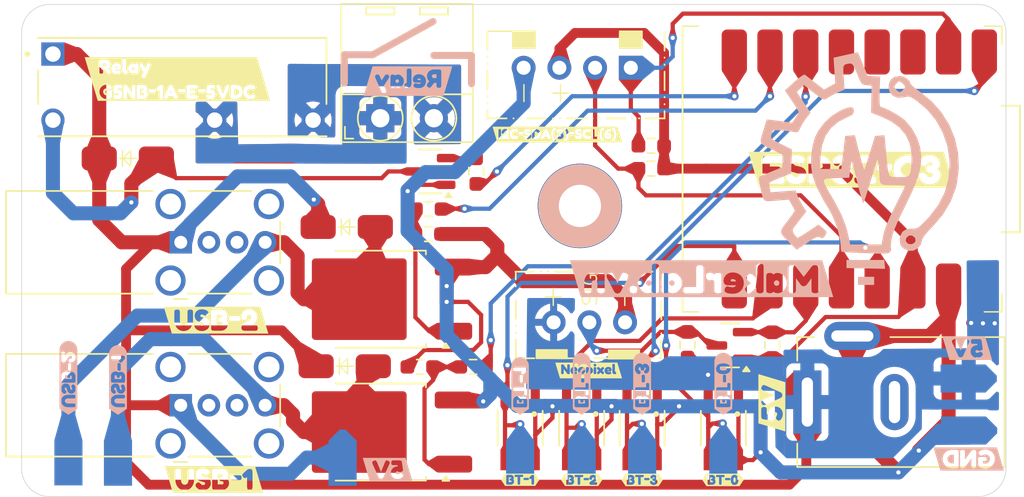
<source format=kicad_pcb>
(kicad_pcb (version 20240108) (generator "pcbnew") (generator_version "8.0")
  (layers (0 "F.Cu" signal) (31 "B.Cu" signal) (34 "B.Paste" user) (35 "F.Paste" user) (36 "B.SilkS" user "B.Silkscreen") (37 "F.SilkS" user "F.Silkscreen") (38 "B.Mask" user) (39 "F.Mask" user) (44 "Edge.Cuts" user))
  (net 0 "")
  (net 3 "GND")
  (net 4 "GPIO_10")
  (net 5 "GPIO_4")
  (net 6 "GPIO_21")
  (net 7 "GPIO_1")
  (net 8 "GPIO_0")
  (net 9 "GPIO_2")
  (net 10 "GPIO_20")
  (net 13 "Net-(D1-A)")
  (net 14 "Net-(D2-A)")
  (net 15 "Net-(D3-A)")
  (net 18 "GPIO_7")
  (net 19 "Net-(Q1-G)")
  (net 20 "Net-(Q2-G)")
  (net 21 "Net-(Q4-B)")
  (net 22 "3v3_Esp")
  (net 23 "Net-(J4-5V)")
  (net 24 "5v_power")
  (net 25 "Net-(SEAN_Mtiny_Terminal_3.81-Pin_2)")
  (net 26 "Net-(SEAN_Mtiny_Terminal_3.81-Pin_1)")
  (net 27 "GPIO_6-SCL")
  (net 29 "GPIO_3_SDA")
  (net 30 "GPIO_5")
  (footprint "Resistor_SMD:R_0603_1608Metric_Pad0.98x0.95mm_HandSolder" (layer "F.Cu") (at 166.375 104.225 90)
    (property "Reference" "R6" (hide yes))
    (property "Value" "10K")
  )
  (footprint "Resistor_SMD:R_0603_1608Metric_Pad0.98x0.95mm_HandSolder" (layer "F.Cu") (at 141.3455 105.775 180)
    (property "Reference" "R2" (hide yes))
    (property "Value" "10K" (hide yes))
  )
  (footprint "Resistor_SMD:R_0603_1608Metric_Pad0.98x0.95mm_HandSolder" (layer "F.Cu") (at 141.9125 96.325)
    (property "Reference" "R1" (hide yes))
    (property "Value" "10K" (hide yes))
  )
  (footprint "SEAN_Relay:SEAN_RELAY_HF46F" (layer "F.Cu") (at 124.425 85.875)
    (property "Reference" "K1" (hide yes))
    (property "Value" "SEAN_Relay_G5NB" (hide yes))
  )
  (footprint "kibuzzard-66917505" (layer "F.Cu") (at 151.1 89.25)
    (property "Reference" "kibuzzard-66917505" (hide yes))
    (property "Value" "G***" (hide yes))
  )
  (footprint "SEAN_Mtiny:SEAN_Mtiny_Terminal_3.81" (layer "F.Cu") (at 138.5044 88.0889)
    (property "Reference" "SEAN_Mtiny_Terminal_3.81" (hide yes))
    (property "Value" "SEAN_Mtiny_Terminal_3.81")
  )
  (footprint "SEAN_Device_sym:SEAN_Diode_1N4007" (layer "F.Cu") (at 135.975 105.725)
    (property "Reference" "D2" (hide yes))
    (property "Value" "SEAN_D")
  )
  (footprint "kibuzzard-66916E00" (layer "F.Cu") (at 126.675501 113.775)
    (property "Reference" "kibuzzard-66916E00" (hide yes))
    (property "Value" "G***" (hide yes))
  )
  (footprint "kibuzzard-66915CF0" (layer "F.Cu") (at 172.01 91.75)
    (property "Reference" "kibuzzard-66915CF0" (hide yes))
    (property "Value" "G***" (hide yes))
  )
  (footprint "SEAN_Device_sym:SEAN_Diode_1N4007" (layer "F.Cu") (at 136.118 95.825)
    (property "Reference" "D1" (hide yes))
    (property "Value" "SEAN_D")
  )
  (footprint "SEAN_connect:SEAN_Neopixel" (layer "F.Cu") (at 148.2917 102.604 90)
    (property "Reference" "J4" (hide yes))
    (property "Value" "SEAN_Neopixel")
  )
  (footprint "kibuzzard-669170F7" (layer "F.Cu") (at 157.125 113.809514)
    (property "Reference" "kibuzzard-669170F7" (hide yes))
    (property "Value" "G***" (hide yes))
  )
  (footprint "SEAN_MountingHole:SEAN_MountingHole_3mm_isolated" (layer "F.Cu") (at 152.7 94.325)
    (property "Reference" "Hold_keep1" (hide yes))
    (property "Value" "MountingHole")
  )
  (footprint "SEAN_Device_sym:SEAN_Button_4.2x3.3_SMD_V1" (layer "F.Cu") (at 148.45 110.125 -90)
    (property "Reference" "S1" (hide yes))
    (property "Value" "SEAN_Button_4.2x3.3_SMD_V1" (hide yes))
  )
  (footprint "SEAN_connect:SEAN_USB_A_90" (layer "F.Cu") (at 124.315 96.9125)
    (property "Reference" "J1" (hide yes))
    (property "Value" "SEAN_USB_A_90" (hide yes))
  )
  (footprint "SEAN_Mtiny:SEAN_Mtiny_I2C" (layer "F.Cu") (at 156.32 84.5015 -90)
    (property "Reference" "J5" (hide yes))
    (property "Value" "SEAN_MTINY_I2C")
  )
  (footprint "kibuzzard-669170D7" (layer "F.Cu") (at 148.45 113.8)
    (property "Reference" "kibuzzard-669170D7" (hide yes))
    (property "Value" "G***" (hide yes))
  )
  (footprint "Package_TO_SOT_SMD:SOT-23-3" (layer "F.Cu") (at 142.05 91.875 180)
    (property "Reference" "Q4" (hide yes))
    (property "Value" "S8050")
  )
  (footprint "kibuzzard-66917101" (layer "F.Cu") (at 162.875 113.810015)
    (property "Reference" "kibuzzard-66917101" (hide yes))
    (property "Value" "G***" (hide yes))
  )
  (footprint "Resistor_SMD:R_0603_1608Metric_Pad0.98x0.95mm_HandSolder" (layer "F.Cu") (at 160.35 104.2 -90)
    (property "Reference" "R9" (hide yes))
    (property "Value" "10K")
  )
  (footprint "Resistor_SMD:R_0603_1608Metric_Pad0.98x0.95mm_HandSolder" (layer "F.Cu") (at 157.775 90.05)
    (property "Reference" "R11" (hide yes))
    (property "Value" "10K")
  )
  (footprint "SEAN_connect:SEAN_USB_A_90" (layer "F.Cu") (at 124.315 108.5)
    (property "Reference" "J2" (hide yes))
    (property "Value" "SEAN_USB_A_90" (hide yes))
  )
  (footprint "kibuzzard-6691741D" (layer "F.Cu") (at 166.35 108.325 90)
    (property "Reference" "kibuzzard-6691741D" (hide yes))
    (property "Value" "G***" (hide yes))
  )
  (footprint "SEAN_MOSFET:SEAN_MOSFET_AOD4184" (layer "F.Cu") (at 138.438 110.4075)
    (property "Reference" "Q2" (hide yes))
    (property "Value" "SEAN_MOSFET_AOD4184" (hide yes))
  )
  (footprint "SEAN_Device_sym:SEAN_Diode_1N4007" (layer "F.Cu") (at 120.55 90.95)
    (property "Reference" "D3" (hide yes))
    (property "Value" "SEAN_D")
  )
  (footprint "SEAN_Device_sym:SEAN_Button_4.2x3.3_SMD_V1" (layer "F.Cu") (at 157.125 110.125 -90)
    (property "Reference" "S3" (hide yes))
    (property "Value" "SEAN_Button_4.2x3.3_SMD_V1" (hide yes))
  )
  (footprint "SEAN_ESP:SEAN_ESP32-C3_SUPERMINI" (layer "F.Cu") (at 172.57 91.7 -90)
    (property "Reference" "U1" (hide yes))
    (property "Value" "SEAN_ESP32-C3_SUPERMINI" (hide yes))
  )
  (footprint "kibuzzard-66916DF7" (layer "F.Cu") (at 126.825 102.45)
    (property "Reference" "kibuzzard-66916DF7" (hide yes))
    (property "Value" "G***" (hide yes))
  )
  (footprint "kibuzzard-66916E83" (layer "F.Cu") (at 153.321582 106.028291)
    (property "Reference" "kibuzzard-66916E83" (hide yes))
    (property "Value" "G***" (hide yes))
  )
  (footprint "Resistor_SMD:R_0603_1608Metric_Pad0.98x0.95mm_HandSolder" (layer "F.Cu") (at 141.95 94.55)
    (property "Reference" "R4" (hide yes))
    (property "Value" "100")
  )
  (footprint "kibuzzard-669170EF" (layer "F.Cu") (at 152.825 113.804507)
    (property "Reference" "kibuzzard-669170EF" (hide yes))
    (property "Value" "G***" (hide yes))
  )
  (footprint "SEAN_Device_sym:SEAN_Button_4.2x3.3_SMD_V1" (layer "F.Cu") (at 162.9 110.125 -90)
    (property "Reference" "S4" (hide yes))
    (property "Value" "SEAN_Button_4.2x3.3_SMD_V1" (hide yes))
  )
  (footprint "SEAN_MOSFET:SEAN_MOSFET_AOD4184" (layer "F.Cu") (at 138.438 100.9575)
    (property "Reference" "Q1" (hide yes))
    (property "Value" "SEAN_MOSFET_AOD4184" (hide yes))
  )
  (footprint "kibuzzard-66915CB6" (layer "F.Cu") (at 124.075 85.3)
    (property "Reference" "kibuzzard-66915CB6" (hide yes))
    (property "Value" "G***" (hide yes))
  )
  (footprint "SEAN_MOSFET:SEAN_MOSFET_bss138" (layer "F.Cu") (at 163.375 104.25 180)
    (property "Reference" "Q5" (hide yes))
    (property "Value" "SEAN_MOSFET_bss138")
  )
  (footprint "Resistor_SMD:R_0603_1608Metric_Pad0.98x0.95mm_HandSolder" (layer "F.Cu") (at 157.775 91.675)
    (property "Reference" "R7" (hide yes))
    (property "Value" "10K")
  )
  (footprint "SEAN_Device_sym:SEAN_Button_4.2x3.3_SMD_V1" (layer "F.Cu") (at 152.825 110.125 -90)
    (property "Reference" "S2" (hide yes))
    (property "Value" "SEAN_Button_4.2x3.3_SMD_V1" (hide yes))
  )
  (footprint "Resistor_SMD:R_0603_1608Metric_Pad0.98x0.95mm_HandSolder" (layer "F.Cu") (at 145.1055 105.775)
    (property "Reference" "R5" (hide yes))
    (property "Value" "100")
  )
  (footprint "SEAN_POWER:SEAN_Jack_DC_5,5_uno_" (layer "F.Cu") (at 168.875 108.275 180)
    (property "Reference" "J3" (hide yes))
    (property "Value" "SEAN_Jack_DC_5,5_uno")
  )
  (footprint "Resistor_SMD:R_0603_1608Metric_Pad0.98x0.95mm_HandSolder" (layer "F.Cu") (at 145.325 91.85 90)
    (property "Reference" "R3" (hide yes))
    (property "Value" "4.7K" (hide yes))
  )
  (footprint "kibuzzard-66915B77" (layer "B.Cu") (at 180.25 104.45 180)
    (property "Reference" "kibuzzard-66915B77" (hide yes))
    (property "Value" "G***" (hide yes))
  )
  (footprint "SEAN_connect:SEAN_Hand_Solderring" (layer "B.Cu") (at 180.35 106.6 180)
    (property "Reference" "U5" (hide yes))
    (property "Value" "~" (hide yes))
  )
  (footprint "SEAN_connect:SEAN_Hand_Solderring" (layer "B.Cu") (at 157.125 112.225 -90)
    (property "Reference" "U4" (hide yes))
    (property "Value" "~" (hide yes))
  )
  (footprint "kibuzzard-66916D4E" (layer "B.Cu") (at 161.35 99.5 180)
    (property "Reference" "kibuzzard-66916D4E" (hide yes))
    (property "Value" "G***" (hide yes))
  )
  (footprint "SEAN_connect:SEAN_Hand_Solderring" (layer "B.Cu") (at 162.9 112.225 -90)
    (property "Reference" "U2" (hide yes))
    (property "Value" "~")
  )
  (footprint "SEAN_connect:SEAN_Hand_Solderring" (layer "B.Cu") (at 148.45 112.225 -90)
    (property "Reference" "U6" (hide yes))
    (property "Value" "~" (hide yes))
  )
  (footprint "SEAN_GRAPHICS:ONLY_LOGO_MAKERLAB" (layer "B.Cu") (at 172.57 91.7 180)
    (property "Reference" "G***" (hide yes))
    (property "Value" "LOGO" (hide yes))
  )
  (footprint "SEAN_connect:SEAN_Hand_Solderring" (layer "B.Cu") (at 119.85 112.225 -90)
    (property "Reference" "U9" (hide yes))
    (property "Value" "~" (hide yes))
  )
  (footprint "kibuzzard-66915B67" (layer "B.Cu") (at 180.35 112.325 180)
    (property "Reference" "kibuzzard-66915B67" (hide yes))
    (property "Value" "G***" (hide yes))
  )
  (footprint "kibuzzard-66915BCA" (layer "B.Cu") (at 119.85 106.70521 90)
    (property "Reference" "kibuzzard-66915BCA" (hide yes))
    (property "Value" "G***" (hide yes))
  )
  (footprint "SEAN_connect:SEAN_Hand_Solderring" (layer "B.Cu") (at 152.825 112.225 -90)
    (property "Reference" "U7" (hide yes))
    (property "Value" "~" (hide yes))
  )
  (footprint "kibuzzard-66915A1E" (layer "B.Cu") (at 148.45 107.130699 90)
    (property "Reference" "kibuzzard-66915A1E" (hide yes))
    (property "Value" "G***" (hide yes))
  )
  (footprint "kibuzzard-66917287" (layer "B.Cu") (at 139.025 113.075 180)
    (property "Reference" "kibuzzard-66917287" (hide yes))
    (property "Value" "G***" (hide yes))
  )
  (footprint "SEAN_connect:SEAN_Hand_Solderring" (layer "B.Cu") (at 180.375 110.3 180)
    (property "Reference" "U8" (hide yes))
    (property "Value" "~" (hide yes))
  )
  (footprint "SEAN_connect:SEAN_Hand_Solderring" (layer "B.Cu") (at 135.825 112.225 -90)
    (property "Reference" "U3" (hide yes))
    (property "Value" "~")
  )
  (footprint "kibuzzard-66915A71" (layer "B.Cu") (at 162.9 106.975 90)
    (property "Reference" "kibuzzard-66915A71" (hide yes))
    (property "Value" "G***" (hide yes))
  )
  (footprint "SEAN_connect:SEAN_Hand_Solderring" (layer "B.Cu") (at 116.325 112.2 -90)
    (property "Reference" "U10" (hide yes))
    (property "Value" "~" (hide yes))
  )
  (footprint "kibuzzard-66916FF3" (layer "B.Cu") (at 140.475 85.45 180)
    (property "Reference" "kibuzzard-66916FF3" (hide yes))
    (property "Value" "G***" (hide yes))
  )
  (footprint "kibuzzard-66915BD3" (layer "B.Cu") (at 116.325 106.555711 90)
    (property "Reference" "kibuzzard-66915BD3" (hide yes))
    (property "Value" "G***" (hide yes))
  )
  (footprint "kibuzzard-66915A63" (layer "B.Cu") (at 152.825 106.975835 90)
    (property "Reference" "kibuzzard-66915A63" (hide yes))
    (property "Value" "G***" (hide yes))
  )
  (footprint "kibuzzard-66915A6A" (layer "B.Cu") (at 157.125 106.975596 90)
    (property "Reference" "kibuzzard-66915A6A" (hide yes))
    (property "Value" "G***" (hide yes))
  )
  (gr_line (start 137.9625 83.575) (end 142.25625 81.2125) (stroke (width 0.5)) (layer "B.SilkS"))
  (gr_line (start 135.95 83.575) (end 137.9625 83.575) (stroke (width 0.5)) (layer "B.SilkS"))
  (gr_line (start 142.3125 83.625) (end 144.9875 83.625) (stroke (width 0.5)) (layer "B.SilkS"))
  (gr_line (start 144.9875 83.625) (end 144.9875 85.6375) (stroke (width 0.5)) (layer "B.SilkS"))
  (gr_line (start 135.95 83.575) (end 135.95 85.5875) (stroke (width 0.5)) (layer "B.SilkS"))
  (gr_arc (start 183 113) (mid 182.414214 114.414214) (end 181 115) (stroke (width 0.05)) (layer "Edge.Cuts"))
  (gr_arc (start 113 82) (mid 113.585786 80.585786) (end 115 80) (stroke (width 0.05)) (layer "Edge.Cuts"))
  (gr_arc (start 181 80) (mid 182.414214 80.585786) (end 183 82) (stroke (width 0.05)) (layer "Edge.Cuts"))
  (gr_line (start 181 115) (end 115 115) (stroke (width 0.05)) (layer "Edge.Cuts"))
  (gr_arc (start 115 115) (mid 113.585786 114.414214) (end 113 113) (stroke (width 0.05)) (layer "Edge.Cuts"))
  (gr_line (start 183 82) (end 183 113) (stroke (width 0.05)) (layer "Edge.Cuts"))
  (gr_line (start 113 113) (end 113 82) (stroke (width 0.05)) (layer "Edge.Cuts"))
  (gr_line (start 115 80) (end 181 80) (stroke (width 0.05)) (layer "Edge.Cuts"))
  (segment (start 143.1875 92.825) (end 140.9 92.825) (width 0.3) (layer "F.Cu") (net 3))
  (segment (start 142.825 96.325) (end 145.975 96.325) (width 1) (layer "F.Cu") (net 3))
  (segment (start 172.075 103.575) (end 172 103.65) (width 1) (layer "F.Cu") (net 3))
  (segment (start 143.225 99.1605) (end 143.708 98.6775) (width 1) (layer "F.Cu") (net 3))
  (segment (start 145.125 104.575) (end 145.675 104.025) (width 0.3) (layer "F.Cu") (net 3))
  (segment (start 178.92 99.32) (end 178.92 109.605) (width 1) (layer "F.Cu") (net 3))
  (segment (start 141.633 104.575) (end 145.125 104.575) (width 0.3) (layer "F.Cu") (net 3))
  (segment (start 145.675 102.075) (end 144.75 101.15) (width 0.3) (layer "F.Cu") (net 3))
  (segment (start 140.9 92.825) (end 140.45 93.275) (width 0.3) (layer "F.Cu") (net 3))
  (segment (start 150.75 109.4) (end 150.75 108.6) (width 0.3) (layer "F.Cu") (net 3))
  (segment (start 146.825 97.175) (end 146.825 97.85) (width 1) (layer "F.Cu") (net 3))
  (segment (start 145.9975 98.6775) (end 143.708 98.6775) (width 1) (layer "F.Cu") (net 3))
  (segment (start 153.9 107.85) (end 153.9 110.575) (width 0.3) (layer "F.Cu") (net 3))
  (segment (start 143.225 101.15) (end 143.225 100.025) (width 1) (layer "F.Cu") (net 3))
  (segment (start 163.975 112.4) (end 165 112.4) (width 0.3) (layer "F.Cu") (net 3))
  (segment (start 145.675 104.025) (end 145.675 102.075) (width 0.3) (layer "F.Cu") (net 3))
  (segment (start 178.92 99.32) (end 178.92 102.205) (width 1) (layer "F.Cu") (net 3))
  (segment (start 172.075 109.999988) (end 175.350012 113.275) (width 1) (layer "F.Cu") (net 3))
  (segment (start 143.8055 108.225) (end 143.708 108.1275) (width 1) (layer "F.Cu") (net 3))
  (segment (start 165 112.4) (end 165.55 111.85) (width 0.3) (layer "F.Cu") (net 3))
  (segment (start 158.550002 109.85) (end 159.750002 108.65) (width 0.3) (layer "F.Cu") (net 3))
  (segment (start 158.2 109.85) (end 158.550002 109.85) (width 0.3) (layer "F.Cu") (net 3))
  (segment (start 149.525 110.625) (end 150.75 109.4) (width 0.3) (layer "F.Cu") (net 3))
  (segment (start 158.2 107.85) (end 158.2 109.85) (width 0.3) (layer "F.Cu") (net 3))
  (segment (start 154.65 99.675) (end 155.9117 100.9367) (width 1) (layer "F.Cu") (net 3))
  (segment (start 145.975 96.325) (end 146.825 97.175) (width 1) (layer "F.Cu") (net 3))
  (segment (start 148.65 99.675) (end 154.65 99.675) (width 1) (layer "F.Cu") (net 3))
  (segment (start 153.9 110.575) (end 154.95 109.525) (width 0.3) (layer "F.Cu") (net 3))
  (segment (start 153.9 110.575) (end 153.9 112.4) (width 0.3) (layer "F.Cu") (net 3))
  (segment (start 178.92 109.605) (end 176.8 111.725) (width 1) (layer "F.Cu") (net 3))
  (segment (start 178.92 102.205) (end 177.55 103.575) (width 1) (layer "F.Cu") (net 3))
  (segment (start 146.825 97.85) (end 145.9975 98.6775) (width 1) (layer "F.Cu") (net 3))
  (segment (start 143.225 100.025) (end 143.225 99.1605) (width 1) (layer "F.Cu") (net 3))
  (segment (start 149.525 110.625) (end 149.525 112.4) (width 0.3) (layer "F.Cu") (net 3))
  (segment (start 154.95 109.525) (end 154.95 108.575) (width 0.3) (layer "F.Cu") (net 3))
  (segment (start 145.825 108.225) (end 143.8055 108.225) (width 1) (layer "F.Cu") (net 3))
  (segment (start 158.2 109.85) (end 158.2 112.4) (width 0.3) (layer "F.Cu") (net 3))
  (segment (start 177.55 103.575) (end 172.075 103.575) (width 1) (layer "F.Cu") (net 3))
  (segment (start 155.9117 100.9367) (end 155.9117 102.604) (width 1) (layer "F.Cu") (net 3))
  (segment (start 144.75 101.15) (end 143.225 101.15) (width 0.3) (layer "F.Cu") (net 3))
  (segment (start 146.825 97.85) (end 148.65 99.675) (width 1) (layer "F.Cu") (net 3))
  (segment (start 172.075 103.575) (end 172.075 109.999988) (width 1) (layer "F.Cu") (net 3))
  (segment (start 149.525 107.85) (end 149.525 110.625) (width 0.3) (layer "F.Cu") (net 3))
  (segment (start 140.433 105.775) (end 141.633 104.575) (width 0.3) (layer "F.Cu") (net 3))
  (segment (start 163.975 107.85) (end 163.975 112.4) (width 0.3) (layer "F.Cu") (net 3))
  (via (at 159.750002 108.575) (size 0.6) (drill 0.3) (layers "F.Cu" "B.Cu") (net 3))
  (via (at 150.75 108.575) (size 0.6) (drill 0.3) (layers "F.Cu" "B.Cu") (net 3))
  (via (at 165.55 111.85) (size 0.6) (drill 0.3) (layers "F.Cu" "B.Cu") (net 3))
  (via (at 175.350012 113.275) (size 0.6) (drill 0.3) (layers "F.Cu" "B.Cu") (net 3))
  (via (at 176.8 111.725) (size 0.6) (drill 0.3) (layers "F.Cu" "B.Cu") (net 3))
  (via (at 143.225 101.15) (size 0.6) (drill 0.3) (layers "F.Cu" "B.Cu") (net 3))
  (via (at 140.45 93.275) (size 0.6) (drill 0.3) (layers "F.Cu" "B.Cu") (net 3))
  (via (at 154.95 108.575) (size 0.6) (drill 0.3) (layers "F.Cu" "B.Cu") (net 3))
  (via (at 143.225 100.025) (size 0.6) (drill 0.3) (layers "F.Cu" "B.Cu") (net 3))
  (via (at 145.825 108.225) (size 0.6) (drill 0.3) (layers "F.Cu" "B.Cu") (net 3))
  (segment (start 165.55 108.775) (end 165.35 108.575) (width 1) (layer "B.Cu") (net 3))
  (segment (start 140.45 96.125) (end 140.45 93.275) (width 1) (layer "B.Cu") (net 3))
  (segment (start 143.8 91.925) (end 141.725 91.925) (width 1) (layer "B.Cu") (net 3))
  (segment (start 155.225 108.575) (end 159.374999 108.575001) (width 1) (layer "B.Cu") (net 3))
  (segment (start 159.374999 108.575001) (end 159.675003 108.575001) (width 0.3) (layer "B.Cu") (net 3))
  (segment (start 150.174998 108.55) (end 150.224999 108.600001) (width 1) (layer "B.Cu") (net 3))
  (segment (start 178.325012 110.3) (end 175.350012 113.275) (width 1) (layer "B.Cu") (net 3))
  (segment (start 148.25 108.55) (end 150.174998 108.55) (width 1) (layer "B.Cu") (net 3))
  (segment (start 143.225 101.15) (end 143.225 98.9) (width 1) (layer "B.Cu") (net 3))
  (segment (start 141.725 91.925) (end 140.45 93.2) (width 1) (layer "B.Cu") (net 3))
  (segment (start 180.375 110.3) (end 178.325012 110.3) (width 1) (layer "B.Cu") (net 3))
  (segment (start 146.327 106.627) (end 146.327 107.723) (width 1) (layer "B.Cu") (net 3))
  (segment (start 143.225 98.9) (end 140.45 96.125) (width 1) (layer "B.Cu") (net 3))
  (segment (start 150.224999 108.600001) (end 150.749999 108.600001) (width 0.3) (layer "B.Cu") (net 3))
  (segment (start 155.225 108.575) (end 155.2 108.55) (width 1) (layer "B.Cu") (net 3))
  (segment (start 146.327 107.723) (end 145.825 108.225) (width 1) (layer "B.Cu") (net 3))
  (segment (start 150.749999 108.600001) (end 150.75 108.6) (width 0.3) (layer "B.Cu") (net 3))
  (segment (start 148.7 87.025) (end 143.8 91.925) (width 1) (layer "B.Cu") (net 3))
  (segment (start 166.975 113.275) (end 175.350012 113.275) (width 1) (layer "B.Cu") (net 3))
  (segment (start 165.55 111.85) (end 165.55 108.775) (width 1) (layer "B.Cu") (net 3))
  (segment (start 140.45 93.2) (end 140.45 93.275) (width 1) (layer "B.Cu") (net 3))
  (segment (start 146.327 106.627) (end 143.225 103.525) (width 1) (layer "B.Cu") (net 3))
  (segment (start 146.327 106.627) (end 148.25 108.55) (width 1) (layer "B.Cu") (net 3))
  (segment (start 165.55 111.85) (end 166.975 113.275) (width 1) (layer "B.Cu") (net 3))
  (segment (start 148.7 84.5015) (end 148.7 87.025) (width 1) (layer "B.Cu") (net 3))
  (segment (start 155.2 108.55) (end 150.275 108.55) (width 1) (layer "B.Cu") (net 3))
  (segment (start 150.275 108.55) (end 150.224999 108.600001) (width 1) (layer "B.Cu") (net 3))
  (segment (start 165.35 108.575) (end 159.374999 108.575001) (width 1) (layer "B.Cu") (net 3))
  (segment (start 143.225 103.525) (end 143.225 101.15) (width 1) (layer "B.Cu") (net 3))
  (segment (start 159.675003 108.575001) (end 159.750002 108.65) (width 0.3) (layer "B.Cu") (net 3))
  (segment (start 155.225 108.575) (end 154.95 108.575) (width 0.3) (layer "B.Cu") (net 3))
  (segment (start 146.358332 105.434668) (end 146.358332 103.873148) (width 0.3) (layer "F.Cu") (net 4))
  (segment (start 146.018 105.775) (end 146.358332 105.434668) (width 0.3) (layer "F.Cu") (net 4))
  (segment (start 168.76 84.08) (end 168.76 86.539988) (width 0.3) (layer "F.Cu") (net 4))
  (segment (start 168.76 86.539988) (end 168.749997 86.549991) (width 0.3) (layer "F.Cu") (net 4))
  (via (at 168.749997 86.549991) (size 0.6) (drill 0.3) (layers "F.Cu" "B.Cu") (net 4))
  (via (at 146.358332 103.873148) (size 0.6) (drill 0.3) (layers "F.Cu" "B.Cu") (net 4))
  (segment (start 146.358332 101.259561) (end 149.001225 98.616668) (width 0.3) (layer "B.Cu") (net 4))
  (segment (start 146.358332 103.873148) (end 146.358332 101.259561) (width 0.3) (layer "B.Cu") (net 4))
  (segment (start 168.749997 86.975003) (end 168.749997 86.549991) (width 0.3) (layer "B.Cu") (net 4))
  (segment (start 149.001225 98.616668) (end 157.108332 98.616668) (width 0.3) (layer "B.Cu") (net 4))
  (segment (start 157.108332 98.616668) (end 168.749997 86.975003) (width 0.3) (layer "B.Cu") (net 4))
  (segment (start 173.55 97.3) (end 173 97.3) (width 0.3) (layer "F.Cu") (net 5))
  (segment (start 158.825 104.25) (end 158.825 106.325) (width 0.3) (layer "F.Cu") (net 5))
  (segment (start 161.825 109.325) (end 161.825 109.75) (width 0.3) (layer "F.Cu") (net 5))
  (segment (start 161.825 110.1) (end 162.125002 109.799998) (width 0.3) (layer "F.Cu") (net 5))
  (segment (start 161.825 109.75) (end 161.825 110.1) (width 0.3) (layer "F.Cu") (net 5))
  (segment (start 173.84 97.59) (end 173.55 97.3) (width 0.3) (layer "F.Cu") (net 5))
  (segment (start 173.84 99.32) (end 173.84 97.59) (width 0.3) (layer "F.Cu") (net 5))
  (segment (start 161.825 110.1) (end 161.825 112.4) (width 0.3) (layer "F.Cu") (net 5))
  (segment (start 162.125002 109.799998) (end 162.85 109.799998) (width 0.3) (layer "F.Cu") (net 5))
  (segment (start 158.825 106.325) (end 161.825 109.325) (width 0.3) (layer "F.Cu") (net 5))
  (segment (start 161.825 107.85) (end 161.825 109.75) (width 0.3) (layer "F.Cu") (net 5))
  (via (at 158.825 104.25) (size 0.6) (drill 0.3) (layers "F.Cu" "B.Cu") (net 5))
  (via (at 173 97.3) (size 0.6) (drill 0.3) (layers "F.Cu" "B.Cu") (net 5))
  (via (at 162.85 109.799998) (size 0.6) (drill 0.3) (layers "F.Cu" "B.Cu") (net 5))
  (segment (start 162.9 109.849998) (end 162.85 109.799998) (width 0.3) (layer "B.Cu") (net 5))
  (segment (start 160.216212 96.923) (end 158.825 98.314212) (width 0.3) (layer "B.Cu") (net 5))
  (segment (start 173 97.3) (end 172.623 96.923) (width 0.3) (layer "B.Cu") (net 5))
  (segment (start 172.623 96.923) (end 160.216212 96.923) (width 0.3) (layer "B.Cu") (net 5))
  (segment (start 162.9 112.225) (end 162.9 109.849998) (width 0.3) (layer "B.Cu") (net 5))
  (segment (start 158.825 98.314212) (end 158.825 104.25) (width 0.3) (layer "B.Cu") (net 5))
  (segment (start 163.68 86.355) (end 163.7 86.375) (width 0.3) (layer "F.Cu") (net 6))
  (segment (start 163.68 84.08) (end 163.68 86.355) (width 0.3) (layer "F.Cu") (net 6))
  (segment (start 145.325 92.7625) (end 145.9125 92.7625) (width 0.3) (layer "F.Cu") (net 6))
  (segment (start 145.9125 92.7625) (end 146.8 91.875) (width 0.3) (layer "F.Cu") (net 6))
  (via (at 163.690004 86.525) (size 0.6) (drill 0.3) (layers "F.Cu" "B.Cu") (net 6))
  (via (at 146.8 91.875) (size 0.6) (drill 0.3) (layers "F.Cu" "B.Cu") (net 6))
  (segment (start 152.15 86.525) (end 163.690004 86.525) (width 0.3) (layer "B.Cu") (net 6))
  (segment (start 146.8 91.875) (end 152.15 86.525) (width 0.3) (layer "B.Cu") (net 6))
  (segment (start 156.95 103.925) (end 153.61005 103.925) (width 0.3) (layer "F.Cu") (net 7))
  (segment (start 151.75 105.78505) (end 151.75 107.85) (width 0.3) (layer "F.Cu") (net 7))
  (segment (start 153.61005 103.925) (end 151.75 105.78505) (width 0.3) (layer "F.Cu") (net 7))
  (segment (start 152.575 110.1) (end 152.825 109.85) (width 0.3) (layer "F.Cu") (net 7))
  (segment (start 151.75 110.1) (end 152.575 110.1) (width 0.3) (layer "F.Cu") (net 7))
  (segment (start 166.22 99.32) (end 166.22 101.105) (width 0.3) (layer "F.Cu") (net 7))
  (segment (start 165 102.325) (end 158.55 102.325) (width 0.3) (layer "F.Cu") (net 7))
  (segment (start 158.55 102.325) (end 156.95 103.925) (width 0.3) (layer "F.Cu") (net 7))
  (segment (start 151.75 107.85) (end 151.75 110.1) (width 0.3) (layer "F.Cu") (net 7))
  (segment (start 151.75 110.1) (end 151.75 112.4) (width 0.3) (layer "F.Cu") (net 7))
  (segment (start 166.22 101.105) (end 165 102.325) (width 0.3) (layer "F.Cu") (net 7))
  (via (at 152.825 109.85) (size 0.6) (drill 0.3) (layers "F.Cu" "B.Cu") (net 7))
  (segment (start 152.825 112.225) (end 152.825 109.85) (width 0.3) (layer "B.Cu") (net 7))
  (segment (start 163.675 99.315) (end 163.675 97.175) (width 0.3) (layer "F.Cu") (net 8))
  (segment (start 147.375 107.85) (end 147.375 109.925) (width 0.3) (layer "F.Cu") (net 8))
  (segment (start 147.55 105.65) (end 147.55 107.675) (width 0.3) (layer "F.Cu") (net 8))
  (segment (start 163.68 99.32) (end 163.675 99.315) (width 0.3) (layer "F.Cu") (net 8))
  (segment (start 147.375 109.925) (end 147.375 112.4) (width 0.3) (layer "F.Cu") (net 8))
  (segment (start 148.375 109.925) (end 148.45 109.85) (width 0.3) (layer "F.Cu") (net 8))
  (segment (start 147.55 107.675) (end 147.375 107.85) (width 0.3) (layer "F.Cu") (net 8))
  (segment (start 163.675 97.175) (end 159.575 97.175) (width 0.3) (layer "F.Cu") (net 8))
  (segment (start 159.575 97.175) (end 156.95 99.8) (width 0.3) (layer "F.Cu") (net 8))
  (segment (start 147.375 109.925) (end 148.375 109.925) (width 0.3) (layer "F.Cu") (net 8))
  (via (at 148.45 109.85) (size 0.6) (drill 0.3) (layers "F.Cu" "B.Cu") (net 8))
  (via (at 156.95 99.8) (size 0.6) (drill 0.3) (layers "F.Cu" "B.Cu") (net 8))
  (via (at 147.55 105.65) (size 0.6) (drill 0.3) (layers "F.Cu" "B.Cu") (net 8))
  (segment (start 147.55 100.775) (end 147.55 105.65) (width 0.3) (layer "B.Cu") (net 8))
  (segment (start 148.45 112.225) (end 148.45 109.85) (width 0.3) (layer "B.Cu") (net 8))
  (segment (start 148.525 99.8) (end 147.55 100.775) (width 0.3) (layer "B.Cu") (net 8))
  (segment (start 156.95 99.8) (end 148.525 99.8) (width 0.3) (layer "B.Cu") (net 8))
  (segment (start 166.3625 103.3) (end 164.3125 103.3) (width 0.3) (layer "F.Cu") (net 9))
  (segment (start 167.9375 103.3125) (end 166.375 103.3125) (width 0.3) (layer "F.Cu") (net 9))
  (segment (start 168.76 99.32) (end 168.76 102.49) (width 0.3) (layer "F.Cu") (net 9))
  (segment (start 168.76 102.49) (end 167.9375 103.3125) (width 0.3) (layer "F.Cu") (net 9))
  (segment (start 166.375 103.3125) (end 166.3625 103.3) (width 0.3) (layer "F.Cu") (net 9))
  (segment (start 166.215009 84.084991) (end 166.215009 86.524995) (width 0.3) (layer "F.Cu") (net 10))
  (segment (start 144.5 94.525) (end 142.8875 94.525) (width 0.3) (layer "F.Cu") (net 10))
  (segment (start 166.22 84.08) (end 166.215009 84.084991) (width 0.3) (layer "F.Cu") (net 10))
  (segment (start 142.8875 94.525) (end 142.8625 94.55) (width 0.3) (layer "F.Cu") (net 10))
  (via (at 144.5 94.525) (size 0.6) (drill 0.3) (layers "F.Cu" "B.Cu") (net 10))
  (via (at 166.215009 86.524995) (size 0.6) (drill 0.3) (layers "F.Cu" "B.Cu") (net 10))
  (segment (start 165.190004 87.55) (end 166.215009 86.524995) (width 0.3) (layer "B.Cu") (net 10))
  (segment (start 146.275 94.525) (end 153.25 87.55) (width 0.3) (layer "B.Cu") (net 10))
  (segment (start 153.25 87.55) (end 165.190004 87.55) (width 0.3) (layer "B.Cu") (net 10))
  (segment (start 144.5 94.525) (end 146.275 94.525) (width 0.3) (layer "B.Cu") (net 10))
  (segment (start 138.15 95.825) (end 138.15 99.8155) (width 0.6) (layer "F.Cu") (net 13))
  (segment (start 132.625 97.875) (end 132.625 100.525) (width 1) (layer "F.Cu") (net 13))
  (segment (start 133.0575 100.9575) (end 137.008 100.9575) (width 1) (layer "F.Cu") (net 13))
  (segment (start 132.625 100.525) (end 133.0575 100.9575) (width 1) (layer "F.Cu") (net 13))
  (segment (start 130.315 96.9125) (end 131.6625 96.9125) (width 1) (layer "F.Cu") (net 13))
  (segment (start 138.15 99.8155) (end 137.008 100.9575) (width 0.6) (layer "F.Cu") (net 13))
  (segment (start 131.6625 96.9125) (end 132.625 97.875) (width 1) (layer "F.Cu") (net 13))
  (segment (start 121.225 102.125) (end 116.325 107.025) (width 1) (layer "B.Cu") (net 13))
  (segment (start 116.325 107.025) (end 116.325 112.2) (width 1) (layer "B.Cu") (net 13))
  (segment (start 130.315 96.9125) (end 130.315 97.185) (width 1) (layer "B.Cu") (net 13))
  (segment (start 125.375 102.125) (end 121.225 102.125) (width 1) (layer "B.Cu") (net 13))
  (segment (start 130.315 97.185) (end 125.375 102.125) (width 1) (layer "B.Cu") (net 13))
  (segment (start 138.007 105.725) (end 137.008 106.724) (width 0.3) (layer "F.Cu") (net 14))
  (segment (start 130.315 108.5) (end 131.65 108.5) (width 1) (layer "F.Cu") (net 14))
  (segment (start 132.3 109.15) (end 132.3 109.64) (width 1) (layer "F.Cu") (net 14))
  (segment (start 132.3 109.64) (end 133.0675 110.4075) (width 1) (layer "F.Cu") (net 14))
  (segment (start 131.65 108.5) (end 132.3 109.15) (width 1) (layer "F.Cu") (net 14))
  (segment (start 133.0675 110.4075) (end 137.008 110.4075) (width 1) (layer "F.Cu") (net 14))
  (segment (start 137.008 106.724) (end 137.008 110.4075) (width 0.3) (layer "F.Cu") (net 14))
  (segment (start 125.975 103.8) (end 122.15 103.8) (width 1) (layer "B.Cu") (net 14))
  (segment (start 130.315 108.5) (end 130.315 108.14) (width 1) (layer "B.Cu") (net 14))
  (segment (start 119.85 106.1) (end 119.85 112.225) (width 1) (layer "B.Cu") (net 14))
  (segment (start 130.315 108.14) (end 125.975 103.8) (width 1) (layer "B.Cu") (net 14))
  (segment (start 122.15 103.8) (end 119.85 106.1) (width 1) (layer "B.Cu") (net 14))
  (segment (start 140.8375 91.95) (end 140.9125 91.875) (width 0.3) (layer "F.Cu") (net 15))
  (segment (start 140.9125 91.875) (end 139.075 91.875) (width 0.3) (layer "F.Cu") (net 15))
  (segment (start 120.8 92.732) (end 122.582 90.95) (width 1) (layer "F.Cu") (net 15))
  (segment (start 123.982 92.35) (end 122.582 90.95) (width 0.3) (layer "F.Cu") (net 15))
  (segment (start 120.8 94.075) (end 120.8 92.732) (width 1) (layer "F.Cu") (net 15))
  (segment (start 139.075 91.875) (end 138.6 92.35) (width 0.3) (layer "F.Cu") (net 15))
  (segment (start 138.6 92.35) (end 123.982 92.35) (width 0.3) (layer "F.Cu") (net 15))
  (via (at 120.8 94.075) (size 0.6) (drill 0.3) (layers "F.Cu" "B.Cu") (net 15))
  (segment (start 115.225 93.4) (end 116.675 94.85) (width 1) (layer "B.Cu") (net 15))
  (segment (start 115.225 88.225) (end 115.225 93.4) (width 1) (layer "B.Cu") (net 15))
  (segment (start 116.675 94.85) (end 120.025 94.85) (width 1) (layer "B.Cu") (net 15))
  (segment (start 120.025 94.85) (end 120.8 94.075) (width 1) (layer "B.Cu") (net 15))
  (segment (start 141.9875 103.2375) (end 143.708 103.2375) (width 0.3) (layer "F.Cu") (net 19))
  (segment (start 141 96.325) (end 141 94.5875) (width 0.3) (layer "F.Cu") (net 19))
  (segment (start 141 102.25) (end 141.9875 103.2375) (width 0.3) (layer "F.Cu") (net 19))
  (segment (start 141 96.325) (end 141 102.25) (width 0.3) (layer "F.Cu") (net 19))
  (segment (start 141 94.5875) (end 141.0375 94.55) (width 0.3) (layer "F.Cu") (net 19))
  (segment (start 143.708 112.6875) (end 141.9625 112.6875) (width 0.3) (layer "F.Cu") (net 20))
  (segment (start 141.65 107.325) (end 142.258 106.717) (width 0.3) (layer "F.Cu") (net 20))
  (segment (start 144.193 105.775) (end 142.258 105.775) (width 0.3) (layer "F.Cu") (net 20))
  (segment (start 141.9625 112.6875) (end 141.65 112.375) (width 0.3) (layer "F.Cu") (net 20))
  (segment (start 142.258 106.717) (end 142.258 105.775) (width 0.3) (layer "F.Cu") (net 20))
  (segment (start 141.65 112.375) (end 141.65 107.325) (width 0.3) (layer "F.Cu") (net 20))
  (segment (start 143.2 90.9375) (end 143.1875 90.925) (width 0.3) (layer "F.Cu") (net 21))
  (segment (start 145.325 90.9375) (end 143.2 90.9375) (width 0.3) (layer "F.Cu") (net 21))
  (segment (start 161.7 91.675) (end 158.6875 91.675) (width 0.7) (layer "F.Cu") (net 22))
  (segment (start 170.175 102.225) (end 175.35 102.225) (width 0.3) (layer "F.Cu") (net 22))
  (segment (start 175.35 102.225) (end 176.38 101.195) (width 0.3) (layer "F.Cu") (net 22))
  (segment (start 151.24 84.5015) (end 151.24 83.135) (width 0.7) (layer "F.Cu") (net 22))
  (segment (start 157.275 82.025) (end 158.6875 83.4375) (width 0.7) (layer "F.Cu") (net 22))
  (segment (start 176.38 96.88) (end 171.175 91.675) (width 0.7) (layer "F.Cu") (net 22))
  (segment (start 152.35 82.025) (end 157.275 82.025) (width 0.7) (layer "F.Cu") (net 22))
  (segment (start 167.2625 105.1375) (end 170.175 102.225) (width 0.3) (layer "F.Cu") (net 22))
  (segment (start 158.6875 83.4375) (end 158.6875 91.675) (width 0.7) (layer "F.Cu") (net 22))
  (segment (start 176.38 101.195) (end 176.38 99.32) (width 0.3) (layer "F.Cu") (net 22))
  (segment (start 166.375 105.1375) (end 164.375 105.1375) (width 0.3) (layer "F.Cu") (net 22))
  (segment (start 164.375 105.1375) (end 164.3125 105.2) (width 0.3) (layer "F.Cu") (net 22))
  (segment (start 176.38 99.32) (end 176.38 96.88) (width 0.7) (layer "F.Cu") (net 22))
  (segment (start 158.6875 91.675) (end 158.6875 90.05) (width 0.3) (layer "F.Cu") (net 22))
  (segment (start 151.24 83.135) (end 152.35 82.025) (width 0.7) (layer "F.Cu") (net 22))
  (segment (start 166.375 105.1375) (end 167.2625 105.1375) (width 0.3) (layer "F.Cu") (net 22))
  (segment (start 171.175 91.675) (end 161.7 91.675) (width 0.7) (layer "F.Cu") (net 22))
  (segment (start 157.1 104.625) (end 153.9 104.625) (width 0.3) (layer "F.Cu") (net 23))
  (segment (start 158.4375 103.2875) (end 157.1 104.625) (width 0.3) (layer "F.Cu") (net 23))
  (segment (start 160.35 103.2875) (end 160.9875 103.2875) (width 0.3) (layer "F.Cu") (net 23))
  (segment (start 160.35 103.2875) (end 158.4375 103.2875) (width 0.3) (layer "F.Cu") (net 23))
  (segment (start 161.95 104.25) (end 162.4375 104.25) (width 0.3) (layer "F.Cu") (net 23))
  (segment (start 160.9875 103.2875) (end 161.95 104.25) (width 0.3) (layer "F.Cu") (net 23))
  (via (at 153.9 104.625) (size 0.6) (drill 0.3) (layers "F.Cu" "B.Cu") (net 23))
  (segment (start 153.3717 102.604) (end 153.3717 104.0967) (width 0.3) (layer "B.Cu") (net 23))
  (segment (start 153.3717 104.0967) (end 153.9 104.625) (width 0.3) (layer "B.Cu") (net 23))
  (segment (start 181.46 99.32) (end 181.46 102.5775) (width 0.7) (layer "F.Cu") (net 24))
  (segment (start 168.8 112.95) (end 167.6 114.15) (width 0.7) (layer "F.Cu") (net 24))
  (segment (start 120.425 108.65) (end 120.425 103.225) (width 0.7) (layer "F.Cu") (net 24))
  (segment (start 181.3625 102.675) (end 182.15 102.675) (width 0.7) (layer "F.Cu") (net 24))
  (segment (start 120.475 103.175) (end 120.425 103.225) (width 0.7) (layer "F.Cu") (net 24))
  (segment (start 124.315 96.9125) (end 124.315001 96.912499) (width 0.7) (layer "F.Cu") (net 24))
  (segment (start 166.6625 106.3375) (end 168.8 108.475) (width 0.7) (layer "F.Cu") (net 24))
  (segment (start 120.425 112.55) (end 120.425 108.65) (width 0.7) (layer "F.Cu") (net 24))
  (segment (start 115.225 83.525) (end 116.918 83.525) (width 1) (layer "F.Cu") (net 24))
  (segment (start 133.943 105.612) (end 131.506 103.175) (width 0.7) (layer "F.Cu") (net 24))
  (segment (start 116.918 83.525) (end 118.518 85.125) (width 1) (layer "F.Cu") (net 24))
  (segment (start 120.425 103.225) (end 120.425 98.8) (width 0.7) (layer "F.Cu") (net 24))
  (segment (start 181.3375 102.65) (end 181.3625 102.675) (width 0.7) (layer "F.Cu") (net 24))
  (segment (start 168.8 108.475) (end 168.8 112.95) (width 0.7) (layer "F.Cu") (net 24))
  (segment (start 180.525 102.65) (end 181.3375 102.65) (width 0.7) (layer "F.Cu") (net 24))
  (segment (start 160.5875 105.1125) (end 161.8125 106.3375) (width 0.7) (layer "F.Cu") (net 24))
  (segment (start 118.518 90.95) (end 118.518 95.318) (width 1) (layer "F.Cu") (net 24))
  (segment (start 181.46 102.5775) (end 181.3625 102.675) (width 0.7) (layer "F.Cu") (net 24))
  (segment (start 160.35 105.1125) (end 160.5875 105.1125) (width 0.7) (layer "F.Cu") (net 24))
  (segment (start 120.575 108.5) (end 120.425 108.65) (width 0.7) (layer "F.Cu") (net 24))
  (segment (start 120.425 98.8) (end 122.312501 96.912499) (width 0.7) (layer "F.Cu") (net 24))
  (segment (start 161.8125 106.3375) (end 166.6625 106.3375) (width 0.7) (layer "F.Cu") (net 24))
  (segment (start 181.46 99.32) (end 181.46 101.715) (width 0.7) (layer "F.Cu") (net 24))
  (segment (start 134.086 95.825) (end 134.086 94.186) (width 1) (layer "F.Cu") (net 24))
  (segment (start 124.315001 96.912499) (end 124.315002 96.912499) (width 0.7) (layer "F.Cu") (net 24))
  (segment (start 134.086 94.186) (end 133.775 93.875) (width 1) (layer "F.Cu") (net 24))
  (segment (start 167.6 114.15) (end 122.025 114.15) (width 0.7) (layer "F.Cu") (net 24))
  (segment (start 133.943 105.725) (end 133.943 105.612) (width 0.7) (layer "F.Cu") (net 24))
  (segment (start 131.506 103.175) (end 120.475 103.175) (width 0.7) (layer "F.Cu") (net 24))
  (segment (start 120.112499 96.912499) (end 124.315002 96.912499) (width 1) (layer "F.Cu") (net 24))
  (segment (start 122.025 114.15) (end 120.425 112.55) (width 0.7) (layer "F.Cu") (net 24))
  (segment (start 181.46 101.715) (end 180.525 102.65) (width 0.7) (layer "F.Cu") (net 24))
  (segment (start 122.312501 96.912499) (end 124.315002 96.912499) (width 0.7) (layer "F.Cu") (net 24))
  (segment (start 118.518 95.318) (end 120.112499 96.912499) (width 1) (layer "F.Cu") (net 24))
  (segment (start 124.315 108.5) (end 120.575 108.5) (width 0.7) (layer "F.Cu") (net 24))
  (segment (start 118.518 85.125) (end 118.518 90.95) (width 1) (layer "F.Cu") (net 24))
  (via (at 133.775 93.875) (size 0.6) (drill 0.3) (layers "F.Cu" "B.Cu") (net 24))
  (via (at 182.2 102.675) (size 0.6) (drill 0.3) (layers "F.Cu" "B.Cu") (net 24))
  (via (at 180.525 102.65) (size 0.6) (drill 0.3) (layers "F.Cu" "B.Cu") (net 24))
  (via (at 161.8125 106.3375) (size 0.6) (drill 0.3) (layers "F.Cu" "B.Cu") (net 24))
  (via (at 181.3625 102.675) (size 0.6) (drill 0.3) (layers "F.Cu" "B.Cu") (net 24))
  (segment (start 124.315 96.285) (end 124.315 96.9125) (width 1) (layer "B.Cu") (net 24))
  (segment (start 128.65 113.375) (end 124.315 109.04) (width 1) (layer "B.Cu") (net 24))
  (segment (start 133.275 112.225) (end 132.125 113.375) (width 1) (layer "B.Cu") (net 24))
  (segment (start 128.35 92.225) (end 124.975 95.6) (width 1) (layer "B.Cu") (net 24))
  (segment (start 124.975 95.6) (end 124.975 95.625) (width 1) (layer "B.Cu") (net 24))
  (segment (start 124.975 95.625) (end 124.315 96.285) (width 1) (layer "B.Cu") (net 24))
  (segment (start 132.125 92.225) (end 128.35 92.225) (width 1) (layer "B.Cu") (net 24))
  (segment (start 133.775 93.875) (end 132.125 92.225) (width 1) (layer "B.Cu") (net 24))
  (segment (start 135.825 112.225) (end 133.275 112.225) (width 1) (layer "B.Cu") (net 24))
  (segment (start 124.315 109.04) (end 124.315 108.5) (width 1) (layer "B.Cu") (net 24))
  (segment (start 132.125 113.375) (end 128.65 113.375) (width 1) (layer "B.Cu") (net 24))
  (segment (start 160.025 80.65) (end 159.3 81.375) (width 0.3) (layer "F.Cu") (net 27))
  (segment (start 178.92 81.07) (end 178.5 80.65) (width 0.3) (layer "F.Cu") (net 27))
  (segment (start 178.92 84.08) (end 178.92 81.07) (width 0.3) (layer "F.Cu") (net 27))
  (segment (start 156.8625 90.05) (end 156.875 90.0375) (width 0.3) (layer "F.Cu") (net 27))
  (segment (start 156.875 87.975) (end 156.32 87.42) (width 0.3) (layer "F.Cu") (net 27))
  (segment (start 156.875 90.0375) (end 156.875 87.975) (width 0.3) (layer "F.Cu") (net 27))
  (segment (start 156.32 87.42) (end 156.32 84.5015) (width 0.3) (layer "F.Cu") (net 27))
  (segment (start 159.3 81.375) (end 159.3 82.375) (width 0.3) (layer "F.Cu") (net 27))
  (segment (start 178.5 80.65) (end 160.025 80.65) (width 0.3) (layer "F.Cu") (net 27))
  (via (at 159.3 82.375) (size 0.6) (drill 0.3) (layers "F.Cu" "B.Cu") (net 27))
  (segment (start 158.4985 84.5015) (end 156.32 84.5015) (width 0.3) (layer "B.Cu") (net 27))
  (segment (start 159.3 83.7) (end 158.4985 84.5015) (width 0.3) (layer "B.Cu") (net 27))
  (segment (start 159.3 82.375) (end 159.3 83.7) (width 0.3) (layer "B.Cu") (net 27))
  (segment (start 155.425 91.675) (end 156.8625 91.675) (width 0.3) (layer "F.Cu") (net 29))
  (segment (start 156.8625 93.0375) (end 156.8625 91.675) (width 0.3) (layer "F.Cu") (net 29))
  (segment (start 153.78 90.03) (end 155.425 91.675) (width 0.3) (layer "F.Cu") (net 29))
  (segment (start 171.3 99.32) (end 171.3 96.475) (width 0.3) (layer "F.Cu") (net 29))
  (segment (start 157.4 93.575) (end 156.8625 93.0375) (width 0.3) (layer "F.Cu") (net 29))
  (segment (start 171.3 96.475) (end 168.4 93.575) (width 0.3) (layer "F.Cu") (net 29))
  (segment (start 153.78 84.5015) (end 153.78 90.03) (width 0.3) (layer "F.Cu") (net 29))
  (segment (start 168.4 93.575) (end 157.4 93.575) (width 0.3) (layer "F.Cu") (net 29))
  (segment (start 156.45 109.825) (end 157.1 109.825) (width 0.3) (layer "F.Cu") (net 30))
  (segment (start 181.46 85.44) (end 180.75 86.15) (width 0.3) (layer "F.Cu") (net 30))
  (segment (start 181.46 84.08) (end 181.46 85.44) (width 0.3) (layer "F.Cu") (net 30))
  (segment (start 156.05 110.225) (end 156.05 112.4) (width 0.3) (layer "F.Cu") (net 30))
  (segment (start 156.05 106.66495) (end 158.082475 104.632475) (width 0.3) (layer "F.Cu") (net 30))
  (segment (start 156.05 107.85) (end 156.05 106.66495) (width 0.3) (layer "F.Cu") (net 30))
  (segment (start 157.125 109.8) (end 157.1 109.825) (width 0.3) (layer "F.Cu") (net 30))
  (segment (start 156.05 110.225) (end 156.45 109.825) (width 0.3) (layer "F.Cu") (net 30))
  (segment (start 156.05 107.85) (end 156.05 110.225) (width 0.3) (layer "F.Cu") (net 30))
  (via (at 180.75 86.15) (size 0.6) (drill 0.3) (layers "F.Cu" "B.Cu") (net 30))
  (via (at 157.1 109.825) (size 0.6) (drill 0.3) (layers "F.Cu" "B.Cu") (net 30))
  (via (at 158.082475 104.632475) (size 0.6) (drill 0.3) (layers "F.Cu" "B.Cu") (net 30))
  (segment (start 157.95 98.482106) (end 157.95 104.5) (width 0.3) (layer "B.Cu") (net 30))
  (segment (start 157.95 104.5) (end 158.082475 104.632475) (width 0.3) (layer "B.Cu") (net 30))
  (segment (start 170.282106 86.15) (end 157.95 98.482106) (width 0.3) (layer "B.Cu") (net 30))
  (segment (start 157.125 112.225) (end 157.125 109.85) (width 0.3) (layer "B.Cu") (net 30))
  (segment (start 180.75 86.15) (end 170.282106 86.15) (width 0.3) (layer "B.Cu") (net 30))
  (segment (start 157.125 109.85) (end 157.1 109.825) (width 0.3) (layer "B.Cu") (net 30))
  (zone (net 25) (net_name "Net-(SEAN_Mtiny_Terminal_3.81-Pin_2)") (layers "F&B.Cu") (priority 2) (connect_pads (clearance 0.5)) (min_thickness 0.25) (fill yes (thermal_gap 0.5) (thermal_bridge_width 1))
    (polygon (pts (xy 144.325 89.925) (xy 140.4 89.95) (xy 140.475 86.625) (xy 135.325 86.625) (xy 135.3 89.55) (xy 131.925 89.5) (xy 131.925 84.225) (xy 144.25 84.275) (xy 144.25 89.925)))
  )
  (zone (net 26) (net_name "Net-(SEAN_Mtiny_Terminal_3.81-Pin_1)") (layers "F&B.Cu") (priority 3) (connect_pads (clearance 0.5)) (min_thickness 0.25) (fill yes (thermal_gap 0.5) (thermal_bridge_width 1))
    (polygon (pts (xy 140.375 86.325) (xy 135.825 86.3) (xy 135.8 89.975) (xy 132.15 89.9) (xy 128.4 89.95) (xy 128.325 86.9) (xy 125.375 86.925) (xy 125.375 91.3) (xy 140.375 91.325)))
  )
  (zone (net 24) (net_name "5v_power") (layer "B.Cu") (priority 1) (connect_pads (clearance 0.5)) (min_thickness 0.25) (fill yes (thermal_gap 0.5) (thermal_bridge_width 1))
    (polygon (pts (xy 182.775 108.55) (xy 182.8 98.175) (xy 180.2 98.2) (xy 180.25 104.45) (xy 167.175 104.55) (xy 167.225 112.525) (xy 177 112.525) (xy 177.025 108.8) (xy 182.675 108.875)))
  )
  (zone (net 24) (net_name "5v_power") (layer "B.Cu") (connect_pads (clearance 0.5)) (min_thickness 0.25) (fill yes (thermal_gap 0.5) (thermal_bridge_width 0.5))
    (polygon (pts (xy 170.775 111.425) (xy 170.775 105.05) (xy 152.3 105) (xy 152.35 100.875) (xy 148.95 100.875) (xy 148.875 107.375) (xy 166.55 107.475) (xy 166.625 112.575) (xy 170.75 112.525)))
  )
)
</source>
